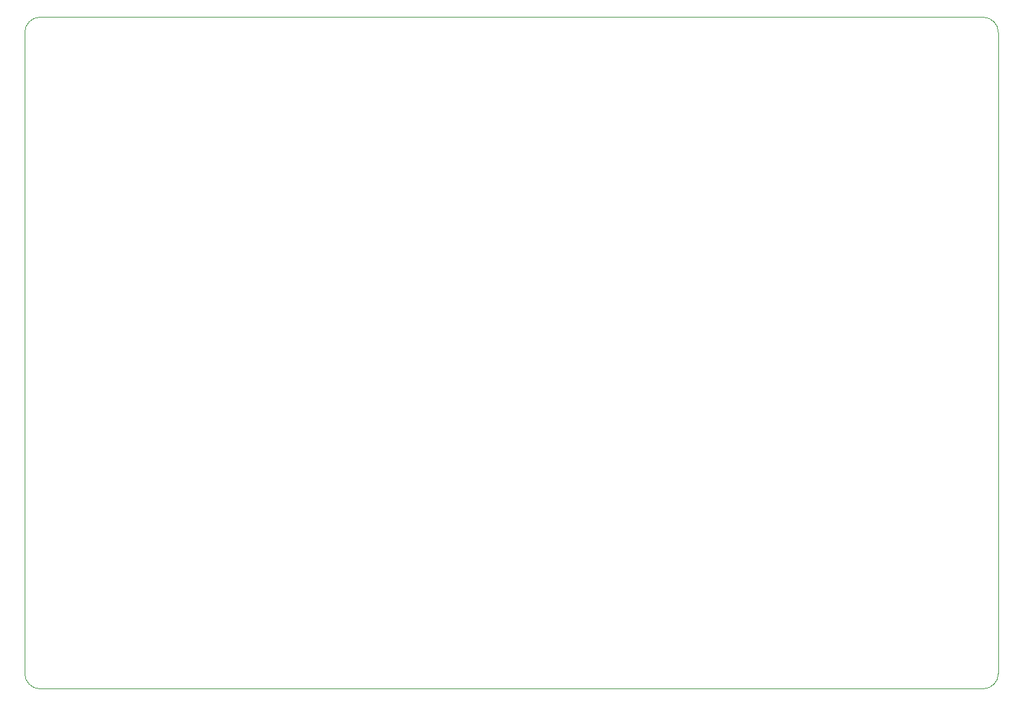
<source format=gbr>
%TF.GenerationSoftware,KiCad,Pcbnew,7.0.9*%
%TF.CreationDate,2023-12-22T14:45:15+09:00*%
%TF.ProjectId,Dev_IO_Board,4465765f-494f-45f4-926f-6172642e6b69,1.0.0*%
%TF.SameCoordinates,Original*%
%TF.FileFunction,Profile,NP*%
%FSLAX46Y46*%
G04 Gerber Fmt 4.6, Leading zero omitted, Abs format (unit mm)*
G04 Created by KiCad (PCBNEW 7.0.9) date 2023-12-22 14:45:15*
%MOMM*%
%LPD*%
G01*
G04 APERTURE LIST*
%TA.AperFunction,Profile*%
%ADD10C,0.100000*%
%TD*%
G04 APERTURE END LIST*
D10*
X83725000Y-141985951D02*
X83725000Y-58355951D01*
X208725000Y-143986000D02*
G75*
G03*
X210725000Y-141985951I0J2000000D01*
G01*
X208725000Y-143985951D02*
X85725000Y-143985951D01*
X85725000Y-56355900D02*
G75*
G03*
X83725000Y-58355951I0J-2000000D01*
G01*
X210724949Y-58355951D02*
G75*
G03*
X208725000Y-56355951I-1999949J51D01*
G01*
X85725000Y-56355951D02*
X208725000Y-56355951D01*
X83725049Y-141985951D02*
G75*
G03*
X85725000Y-143985951I1999951J-49D01*
G01*
X210725000Y-58355951D02*
X210725000Y-141985951D01*
M02*

</source>
